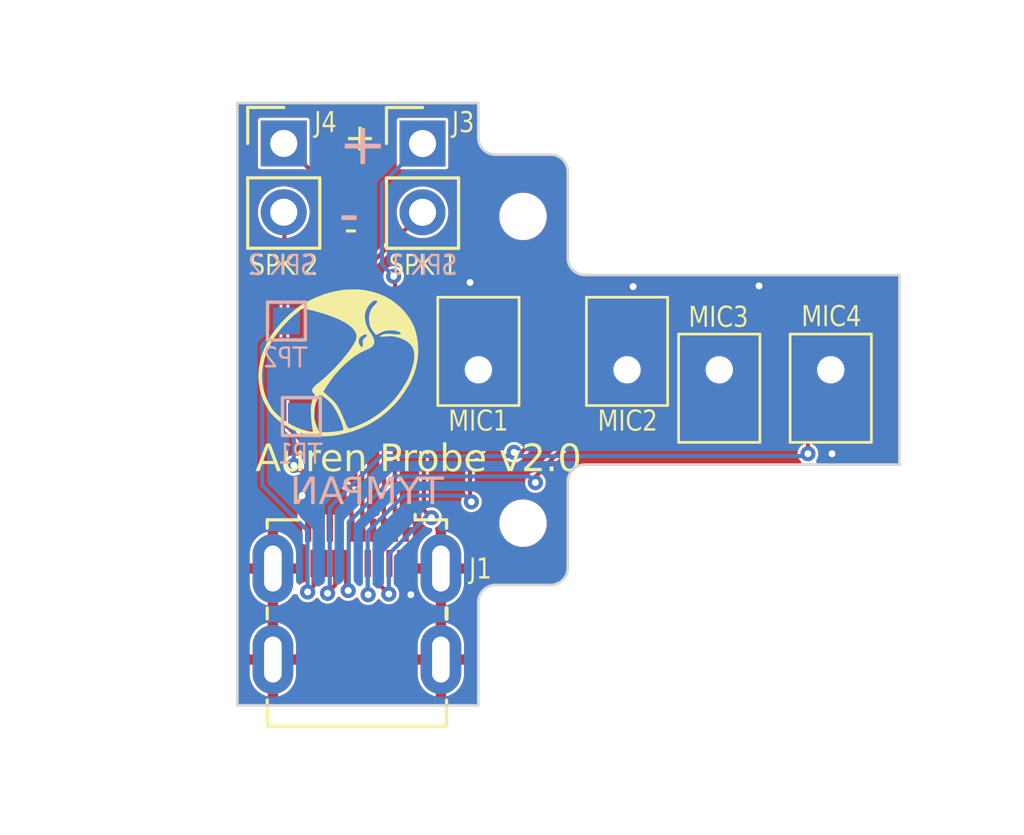
<source format=kicad_pcb>
(kicad_pcb (version 20241229) (generator "pcbnew") (generator_version "9.0")
  (layers (0 "F.Cu" signal) (2 "B.Cu" signal) (13 "F.Paste" user) (15 "B.Paste" user) (5 "F.SilkS" user "F.Silkscreen") (7 "B.SilkS" user "B.Silkscreen") (1 "F.Mask" user) (3 "B.Mask" user) (25 "Edge.Cuts" user))
  (net 0 "")
  (net 1 "VDD")
  (net 2 "/CLK_1")
  (net 3 "/DAT_1")
  (net 4 "/SPK1+")
  (net 5 "/SPK1-")
  (net 6 "GND")
  (net 7 "/CLK_2")
  (net 8 "/DAT_2")
  (net 9 "/SPK2+")
  (net 10 "/SPK2-")
  (net 13 "/TP_2")
  (net 15 "/TP_1")
  (footprint "Flywheel:IM69D130" (layer "F.Cu") (at 156.1302 105.16 90)
    (property "Reference" "MIC3" (at 1.905 -0.0304 0) (layer "F.SilkS") (effects (font (size 0.762 0.635) (thickness 0.127))))
    (property "Value" "IM72D128")
    (fp_line (start 1.32 -1.5) (end 1.32 1.5) (stroke (width 0.1)) (layer "F.SilkS"))
    (fp_line (start -2.68 -1.5) (end 1.32 -1.5) (stroke (width 0.1)) (layer "F.SilkS"))
    (fp_line (start 1.32 1.5) (end -2.68 1.5) (stroke (width 0.1)) (layer "F.SilkS"))
    (fp_line (start -2.68 1.5) (end -2.68 -1.5) (stroke (width 0.1)) (layer "F.SilkS"))
    (pad "" np_thru_hole circle (at 0 0 90) (size 0.8 0.8) (drill 0.8) (layers "*.Cu" "*.Mask"))
    (pad "1" smd rect (at -2.18 -0.85 90) (size 0.45 0.75) (layers "F.Cu" "F.Mask") (net 8 "/DAT_2"))
    (pad "2" smd rect (at -1.48 -0.85 90) (size 0.45 0.75) (layers "F.Cu" "F.Mask") (net 1 "VDD"))
    (pad "3" smd rect (at -2.18 0.85 90) (size 0.45 0.75) (layers "F.Cu" "F.Mask") (net 7 "/CLK_2"))
    (pad "4" smd rect (at -1.48 0.85 90) (size 0.45 0.75) (layers "F.Cu" "F.Mask") (net 1 "VDD"))
    (pad "5" smd custom (at 0.805 0 90) (size 0.4 0.4) (layers "F.Cu" "F.Mask") (net 6 "GND") (options (clearance outline) (anchor circle)) (primitives (gr_circle (center -0.805 0) (end 0 0) (width 0.45) (fill no))))
  )
  (footprint "Flywheel:IM69D130" (layer "F.Cu") (at 147.2402 105.16 -90)
    (property "Reference" "MIC1" (at 1.9304 0.005 0) (layer "F.SilkS") (effects (font (size 0.762 0.635) (thickness 0.127))))
    (property "Value" "IM72D128")
    (fp_line (start -2.68 1.5) (end -2.68 -1.5) (stroke (width 0.1)) (layer "F.SilkS"))
    (fp_line (start 1.32 1.5) (end -2.68 1.5) (stroke (width 0.1)) (layer "F.SilkS"))
    (fp_line (start -2.68 -1.5) (end 1.32 -1.5) (stroke (width 0.1)) (layer "F.SilkS"))
    (fp_line (start 1.32 -1.5) (end 1.32 1.5) (stroke (width 0.1)) (layer "F.SilkS"))
    (pad "" np_thru_hole circle (at 0 0 270) (size 0.8 0.8) (drill 0.8) (layers "*.Cu" "*.Mask"))
    (pad "1" smd rect (at -2.18 -0.85 270) (size 0.45 0.75) (layers "F.Cu" "F.Mask") (net 3 "/DAT_1"))
    (pad "2" smd rect (at -1.48 -0.85 270) (size 0.45 0.75) (layers "F.Cu" "F.Mask") (net 1 "VDD"))
    (pad "3" smd rect (at -2.18 0.85 270) (size 0.45 0.75) (layers "F.Cu" "F.Mask") (net 2 "/CLK_1"))
    (pad "4" smd rect (at -1.48 0.85 270) (size 0.45 0.75) (layers "F.Cu" "F.Mask") (net 1 "VDD"))
    (pad "5" smd custom (at 0.805 0 270) (size 0.4 0.4) (layers "F.Cu" "F.Mask") (net 6 "GND") (options (clearance outline) (anchor circle)) (primitives (gr_circle (center -0.805 0) (end 0 0) (width 0.45) (fill no))))
  )
  (footprint "Connector_PinHeader_2.54mm:PinHeader_1x02_P2.54mm_Vertical" (layer "F.Cu") (at 145.1778 96.8034)
    (property "Reference" "J3" (at 1.4986 -0.7366 180) (layer "F.SilkS") (effects (font (size 0.762 0.635) (thickness 0.127))))
    (property "Value" "Speaker_1")
    (fp_line (start -1.33 -1.33) (end 0 -1.33) (stroke (width 0.12)) (layer "F.SilkS"))
    (fp_line (start -1.33 0) (end -1.33 -1.33) (stroke (width 0.12)) (layer "F.SilkS"))
    (fp_line (start -1.33 1.270001) (end -1.33 3.87) (stroke (width 0.12)) (layer "F.SilkS"))
    (fp_line (start -1.33 1.270001) (end 1.33 1.270001) (stroke (width 0.12)) (layer "F.SilkS"))
    (fp_line (start -1.33 3.87) (end 1.33 3.87) (stroke (width 0.12)) (layer "F.SilkS"))
    (fp_line (start 1.33 1.270001) (end 1.33 3.87) (stroke (width 0.12)) (layer "F.SilkS"))
    (pad "1" thru_hole rect (at 0 0) (size 1.7 1.7) (drill 1) (layers "*.Cu" "*.Mask") (net 4 "/SPK1+"))
    (pad "2" thru_hole oval (at 0 2.54) (size 1.7 1.7) (drill 1) (layers "*.Cu" "*.Mask") (net 5 "/SPK1-"))
  )
  (footprint "Flywheel:IM69D130" (layer "F.Cu") (at 152.7266 105.16 -90)
    (property "Reference" "MIC2" (at 1.9304 -0.0204 0) (layer "F.SilkS") (effects (font (size 0.762 0.635) (thickness 0.127))))
    (property "Value" "IM72D128")
    (fp_line (start -2.68 1.5) (end -2.68 -1.5) (stroke (width 0.1)) (layer "F.SilkS"))
    (fp_line (start 1.32 1.5) (end -2.68 1.5) (stroke (width 0.1)) (layer "F.SilkS"))
    (fp_line (start -2.68 -1.5) (end 1.32 -1.5) (stroke (width 0.1)) (layer "F.SilkS"))
    (fp_line (start 1.32 -1.5) (end 1.32 1.5) (stroke (width 0.1)) (layer "F.SilkS"))
    (pad "" np_thru_hole circle (at 0 0 270) (size 0.8 0.8) (drill 0.8) (layers "*.Cu" "*.Mask"))
    (pad "1" smd rect (at -2.18 -0.85 270) (size 0.45 0.75) (layers "F.Cu" "F.Mask") (net 3 "/DAT_1"))
    (pad "2" smd rect (at -1.48 -0.85 270) (size 0.45 0.75) (layers "F.Cu" "F.Mask") (net 1 "VDD"))
    (pad "3" smd rect (at -2.18 0.85 270) (size 0.45 0.75) (layers "F.Cu" "F.Mask") (net 2 "/CLK_1"))
    (pad "4" smd rect (at -1.48 0.85 270) (size 0.45 0.75) (layers "F.Cu" "F.Mask") (net 6 "GND"))
    (pad "5" smd custom (at 0.805 0 270) (size 0.4 0.4) (layers "F.Cu" "F.Mask") (net 6 "GND") (options (clearance outline) (anchor circle)) (primitives (gr_circle (center -0.805 0) (end 0 0) (width 0.45) (fill no))))
  )
  (footprint "auren-library:MountingHole_0-80_Screw" (layer "F.Cu") (at 148.8862 99.4958)
    (property "Reference" "H1" (hide yes))
    (property "Value" "MountingHole")
    (pad "" np_thru_hole circle (at 0 0) (size 1.55 1.55) (drill 1.55) (layers "*.Cu" "*.Mask"))
  )
  (footprint "Flywheel:IM69D130" (layer "F.Cu") (at 160.245 105.16 90)
    (property "Reference" "MIC4" (at 1.9304 0.0204 0) (layer "F.SilkS") (effects (font (size 0.762 0.635) (thickness 0.127))))
    (property "Value" "IM72D128")
    (fp_line (start 1.32 -1.5) (end 1.32 1.5) (stroke (width 0.1)) (layer "F.SilkS"))
    (fp_line (start -2.68 -1.5) (end 1.32 -1.5) (stroke (width 0.1)) (layer "F.SilkS"))
    (fp_line (start 1.32 1.5) (end -2.68 1.5) (stroke (width 0.1)) (layer "F.SilkS"))
    (fp_line (start -2.68 1.5) (end -2.68 -1.5) (stroke (width 0.1)) (layer "F.SilkS"))
    (pad "" np_thru_hole circle (at 0 0 90) (size 0.8 0.8) (drill 0.8) (layers "*.Cu" "*.Mask"))
    (pad "1" smd rect (at -2.18 -0.85 90) (size 0.45 0.75) (layers "F.Cu" "F.Mask") (net 8 "/DAT_2"))
    (pad "2" smd rect (at -1.48 -0.85 90) (size 0.45 0.75) (layers "F.Cu" "F.Mask") (net 1 "VDD"))
    (pad "3" smd rect (at -2.18 0.85 90) (size 0.45 0.75) (layers "F.Cu" "F.Mask") (net 7 "/CLK_2"))
    (pad "4" smd rect (at -1.48 0.85 90) (size 0.45 0.75) (layers "F.Cu" "F.Mask") (net 6 "GND"))
    (pad "5" smd custom (at 0.805 0 90) (size 0.4 0.4) (layers "F.Cu" "F.Mask") (net 6 "GND") (options (clearance outline) (anchor circle)) (primitives (gr_circle (center -0.805 0) (end 0 0) (width 0.45) (fill no))))
  )
  (footprint "Flywheel:TympanLOGO_6" (layer "F.Cu") (at 142.079 104.906)
    (property "Reference" "G***" (hide yes))
    (property "Value" "LOGO" (hide yes))
    (fp_poly (pts (xy 0.625452 -2.714662) (xy 0.700276 -2.712942) (xy 0.767831 -2.709851) (xy 0.830715 -2.705162) (xy 0.891531 -2.698647) (xy 0.952876 -2.690078) (xy 1.017351 -2.679228) (xy 1.073899 -2.668564) (xy 1.191339 -2.643439) (xy 1.300998 -2.615267) (xy 1.406459 -2.582882) (xy 1.5113 -2.545115) (xy 1.619103 -2.5008) (xy 1.700418 -2.46425) (xy 1.777306 -2.425317) (xy 1.860789 -2.376839) (xy 1.950042 -2.31933) (xy 2.044237 -2.253303) (xy 2.069259 -2.234935) (xy 2.193161 -2.13627) (xy 2.309343 -2.029796) (xy 2.41718 -1.916355) (xy 2.516047 -1.796791) (xy 2.605321 -1.671945) (xy 2.684376 -1.542661) (xy 2.752588 -1.409781) (xy 2.809331 -1.274148) (xy 2.833997 -1.203125) (xy 2.857954 -1.1202) (xy 2.879683 -1.027726) (xy 2.898807 -0.928519) (xy 2.914951 -0.825393) (xy 2.92774 -0.721162) (xy 2.936797 -0.618641) (xy 2.941746 -0.520643) (xy 2.942212 -0.429983) (xy 2.941224 -0.4) (xy 2.933538 -0.28294) (xy 2.921032 -0.164111) (xy 2.904209 -0.047013) (xy 2.88357 0.064858) (xy 2.859927 0.166814) (xy 2.821461 0.299835) (xy 2.775834 0.431424) (xy 2.724057 0.559172) (xy 2.667141 0.68067) (xy 2.606098 0.79351) (xy 2.575717 0.84375) (xy 2.558787 0.871088) (xy 2.538981 0.903647) (xy 2.519692 0.935831) (xy 2.513159 0.946875) (xy 2.468111 1.020115) (xy 2.415967 1.099246) (xy 2.358677 1.181532) (xy 2.298192 1.264235) (xy 2.236464 1.344619) (xy 2.179044 1.415625) (xy 2.129504 1.472702) (xy 2.071675 1.535092) (xy 2.007506 1.600935) (xy 1.938946 1.668368) (xy 1.867945 1.73553) (xy 1.796451 1.80056) (xy 1.726414 1.861594) (xy 1.659782 1.916773) (xy 1.628526 1.94145) (xy 1.476693 2.052273) (xy 1.315488 2.157023) (xy 1.147022 2.254573) (xy 0.973405 2.343794) (xy 0.796749 2.423557) (xy 0.619165 2.492735) (xy 0.556387 2.514504) (xy 0.521338 2.526168) (xy 0.489593 2.53647) (xy 0.459582 2.545824) (xy 0.429736 2.554644) (xy 0.398484 2.563344) (xy 0.364257 2.572337) (xy 0.325485 2.582038) (xy 0.280598 2.592861) (xy 0.228025 2.605219) (xy 0.166198 2.619526) (xy 0.103097 2.63401) (xy -0.002233 2.656665) (xy -0.101351 2.674703) (xy -0.197697 2.688523) (xy -0.294711 2.698523) (xy -0.395835 2.7051) (xy -0.50451 2.708655) (xy -0.54701 2.70928) (xy -0.595303 2.709695) (xy -0.640466 2.709907) (xy -0.680725 2.709922) (xy -0.714306 2.709745) (xy -0.739433 2.709382) (xy -0.754332 2.708838) (xy -0.756436 2.708653) (xy -0.770316 2.707125) (xy -0.793819 2.704664) (xy -0.824126 2.701562) (xy -0.858416 2.698107) (xy -0.874093 2.696545) (xy -1.043216 2.673507) (xy -1.21075 2.638272) (xy -1.376052 2.59111) (xy -1.538482 2.532288) (xy -1.697399 2.462073) (xy -1.852159 2.380735) (xy -2.002123 2.288541) (xy -2.146649 2.185759) (xy -2.203664 2.141039) (xy -2.257846 2.095325) (xy -2.315941 2.042767) (xy -2.37477 1.986448) (xy -2.431153 1.929453) (xy -2.48191 1.874866) (xy -2.503707 1.85) (xy -2.538178 1.80629) (xy -2.575537 1.752782) (xy -2.614626 1.691503) (xy -2.654288 1.624482) (xy -2.693366 1.553747) (xy -2.730702 1.481329) (xy -2.76514 1.409255) (xy -2.795523 1.339553) (xy -2.797211 1.335443) (xy -2.847928 1.197103) (xy -2.890074 1.051793) (xy -2.923145 0.902097) (xy -2.946634 0.750596) (xy -2.960037 0.599874) (xy -2.963167 0.4875) (xy -2.962394 0.443323) (xy -2.826103 0.443323) (xy -2.823534 0.592376) (xy -2.809896 0.742573) (xy -2.785389 0.892799) (xy -2.750211 1.041933) (xy -2.704562 1.18886) (xy -2.64864 1.332459) (xy -2.582645 1.471615) (xy -2.552746 1.52708) (xy -2.516734 1.58983) (xy -2.482926 1.644632) (xy -2.44943 1.693925) (xy -2.414357 1.740145) (xy -2.375815 1.785729) (xy -2.331913 1.833115) (xy -2.28076 1.88474) (xy -2.258013 1.90696) (xy -2.134195 2.019163) (xy -2.004698 2.120941) (xy -1.868749 2.212772) (xy -1.725579 2.295134) (xy -1.574414 2.368504) (xy -1.414483 2.433359) (xy -1.397219 2.43967) (xy -1.349597 2.455913) (xy -1.298447 2.471614) (xy -1.24544 2.486414) (xy -1.192248 2.499953) (xy -1.140545 2.511871) (xy -1.092001 2.521808) (xy -1.04829 2.529405) (xy -1.011083 2.534302) (xy -0.982054 2.536139) (xy -0.962874 2.534556) (xy -0.960123 2.533706) (xy -0.953078 2.525201) (xy -0.950587 2.506546) (xy -0.952661 2.477303) (xy -0.95931 2.437036) (xy -0.96304 2.41875) (xy -0.986757 2.288007) (xy -1.004722 2.146199) (xy -1.016936 1.993313) (xy -1.019222 1.93855) (xy -0.8969 1.93855) (xy -0.895737 1.987443) (xy -0.893371 2.03002) (xy -0.889776 2.063493) (xy -0.888925 2.06875) (xy -0.883423 2.0941) (xy -0.874576 2.12736) (xy -0.862974 2.166846) (xy -0.849206 2.210876) (xy -0.833862 2.257767) (xy -0.817533 2.305834) (xy -0.800807 2.353395) (xy -0.784276 2.398766) (xy -0.76853 2.440264) (xy -0.754157 2.476207) (xy -0.741749 2.504909) (xy -0.731895 2.52469) (xy -0.726207 2.533) (xy -0.711535 2.542945) (xy -0.693131 2.549991) (xy -0.693112 2.549995) (xy -0.678365 2.551879) (xy -0.653132 2.553362) (xy -0.61942 2.554443) (xy -0.579239 2.555126) (xy -0.534599 2.55541) (xy -0.487508 2.555298) (xy -0.439976 2.554789) (xy -0.394012 2.553887) (xy -0.351625 2.552591) (xy -0.314824 2.550903) (xy -0.296948 2.549753) (xy -0.242694 2.545185) (xy -0.186542 2.539417) (xy -0.129947 2.532691) (xy -0.074367 2.525247) (xy -0.021261 2.517323) (xy 0.027916 2.509161) (xy 0.071706 2.500999) (xy 0.108652 2.493078) (xy 0.137296 2.485637) (xy 0.156181 2.478917) (xy 0.163459 2.473971) (xy 0.171113 2.456653) (xy 0.173167 2.434997) (xy 0.169698 2.406236) (xy 0.165866 2.388106) (xy 0.146557 2.316003) (xy 0.120572 2.236126) (xy 0.088857 2.150608) (xy 0.05236 2.061586) (xy 0.012025 1.971192) (xy -0.0312 1.881562) (xy -0.07637 1.79483) (xy -0.122537 1.71313) (xy -0.161367 1.65) (xy -0.206247 1.583445) (xy -0.251455 1.523698) (xy -0.299035 1.468616) (xy -0.351031 1.416058) (xy -0.40949 1.36388) (xy -0.476457 1.30994) (xy -0.51103 1.283686) (xy -0.631338 1.19375) (xy -0.670444 1.193845) (xy -0.692125 1.19459) (xy -0.709058 1.196431) (xy -0.716575 1.198533) (xy -0.723359 1.20695) (xy -0.733753 1.224661) (xy -0.746636 1.249386) (xy -0.760891 1.278848) (xy -0.775398 1.310768) (xy -0.789039 1.342868) (xy -0.795794 1.359845) (xy -0.83376 1.468303) (xy -0.862572 1.574531) (xy -0.883483 1.683231) (xy -0.885552 1.696875) (xy -0.890026 1.735548) (xy -0.893423 1.78184) (xy -0.895718 1.832962) (xy -0.896885 1.886127) (xy -0.8969 1.93855) (xy -1.019222 1.93855) (xy -1.022918 1.85) (xy -1.024188 1.7661) (xy -1.023239 1.69226) (xy -1.0198 1.626192) (xy -1.0136 1.565607) (xy -1.004367 1.508218) (xy -0.991831 1.451736) (xy -0.975721 1.393875) (xy -0.964828 1.359375) (xy -0.952247 1.325441) (xy -0.935474 1.286408) (xy -0.916546 1.246574) (xy -0.897503 1.210242) (xy -0.881155 1.182875) (xy -0.867816 1.162626) (xy -0.882809 1.156928) (xy -0.908374 1.141544) (xy -0.93256 1.117027) (xy -0.95318 1.086717) (xy -0.968051 1.053953) (xy -0.968705 1.050946) (xy -0.553109 1.050946) (xy -0.549553 1.065913) (xy -0.536684 1.083788) (xy -0.52707 1.094436) (xy -0.507848 1.113629) (xy -0.48317 1.136349) (xy -0.457503 1.158526) (xy -0.450111 1.164598) (xy -0.427267 1.183681) (xy -0.398382 1.208706) (xy -0.36533 1.237962) (xy -0.329987 1.269738) (xy -0.294229 1.302322) (xy -0.25993 1.334003) (xy -0.228966 1.363068) (xy -0.203211 1.387806) (xy -0.184542 1.406506) (xy -0.181104 1.410141) (xy -0.122293 1.478335) (xy -0.06624 1.553599) (xy -0.012314 1.636989) (xy 0.040119 1.729561) (xy 0.091692 1.83237) (xy 0.143037 1.946474) (xy 0.149858 1.9625) (xy 0.164409 1.996875) (xy 0.178517 2.030168) (xy 0.190887 2.05932) (xy 0.200222 2.081273) (xy 0.202877 2.0875) (xy 0.210463 2.105735) (xy 0.221339 2.132506) (xy 0.234253 2.164702) (xy 0.247953 2.199212) (xy 0.253189 2.2125) (xy 0.270802 2.256524) (xy 0.285482 2.290853) (xy 0.298452 2.317582) (xy 0.310935 2.338803) (xy 0.324156 2.356612) (xy 0.339336 2.373101) (xy 0.356422 2.389213) (xy 0.394203 2.423394) (xy 0.467481 2.400034) (xy 0.504634 2.387795) (xy 0.54741 2.373093) (xy 0.589789 2.358023) (xy 0.617328 2.347876) (xy 0.808847 2.269461) (xy 0.994905 2.180468) (xy 1.174959 2.081323) (xy 1.348464 1.972451) (xy 1.514879 1.854276) (xy 1.67366 1.727224) (xy 1.824264 1.59172) (xy 1.966147 1.448188) (xy 2.098766 1.297054) (xy 2.221578 1.138741) (xy 2.292338 1.0375) (xy 2.36812 0.921762) (xy 2.435348 0.813107) (xy 2.494717 0.710203) (xy 2.546919 0.611723) (xy 2.592651 0.516335) (xy 2.632606 0.42271) (xy 2.667478 0.329519) (xy 2.677686 0.299545) (xy 2.710851 0.195915) (xy 2.738093 0.101779) (xy 2.759647 0.015749) (xy 2.775744 -0.06356) (xy 2.78662 -0.137536) (xy 2.792506 -0.207565) (xy 2.793636 -0.275033) (xy 2.790244 -0.341328) (xy 2.788566 -0.359375) (xy 2.777269 -0.433089) (xy 2.758522 -0.500015) (xy 2.731341 -0.562067) (xy 2.694741 -0.621159) (xy 2.647737 -0.679205) (xy 2.597709 -0.730253) (xy 2.555123 -0.767535) (xy 2.509437 -0.800856) (xy 2.45766 -0.832186) (xy 2.396801 -0.863494) (xy 2.391213 -0.866169) (xy 2.319702 -0.897081) (xy 2.242486 -0.924836) (xy 2.162965 -0.948485) (xy 2.084543 -0.967076) (xy 2.010622 -0.979662) (xy 1.969234 -0.98398) (xy 1.94212 -0.984996) (xy 1.906999 -0.984872) (xy 1.868306 -0.983691) (xy 1.830478 -0.981534) (xy 1.828575 -0.981394) (xy 1.769389 -0.977293) (xy 1.713612 -0.974056) (xy 1.662533 -0.97171) (xy 1.617437 -0.970287) (xy 1.579612 -0.969813) (xy 1.550346 -0.970319) (xy 1.530924 -0.971834) (xy 1.522635 -0.974387) (xy 1.522572 -0.974479) (xy 1.522062 -0.985893) (xy 1.532531 -0.998879) (xy 1.552648 -1.012821) (xy 1.581083 -1.027102) (xy 1.616504 -1.041107) (xy 1.657581 -1.05422) (xy 1.702983 -1.065825) (xy 1.733663 -1.072171) (xy 1.755338 -1.076096) (xy 1.773682 -1.078796) (xy 1.791184 -1.08028) (xy 1.810338 -1.080559) (xy 1.833636 -1.079642) (xy 1.863569 -1.077539) (xy 1.902629 -1.07426) (xy 1.918083 -1.07291) (xy 1.964512 -1.069111) (xy 2.014669 -1.065467) (xy 2.064194 -1.062266) (xy 2.108728 -1.059794) (xy 2.1349 -1.05864) (xy 2.190268 -1.057332) (xy 2.233768 -1.058096) (xy 2.265891 -1.061127) (xy 2.287129 -1.066618) (xy 2.297975 -1.074764) (xy 2.298922 -1.085759) (xy 2.290461 -1.099798) (xy 2.276145 -1.114353) (xy 2.25061 -1.134636) (xy 2.222012 -1.151474) (xy 2.188759 -1.165333) (xy 2.14926 -1.176675) (xy 2.101923 -1.185966) (xy 2.045157 -1.193669) (xy 1.9833 -1.199747) (xy 1.882387 -1.20224) (xy 1.783271 -1.192443) (xy 1.686564 -1.170508) (xy 1.592876 -1.136588) (xy 1.50282 -1.090837) (xy 1.471816 -1.071764) (xy 1.438858 -1.052438) (xy 1.412617 -1.04168) (xy 1.391281 -1.038918) (xy 1.377169 -1.041837) (xy 1.36656 -1.049505) (xy 1.350518 -1.065806) (xy 1.330481 -1.088926) (xy 1.307887 -1.117053) (xy 1.284172 -1.148376) (xy 1.260775 -1.181083) (xy 1.239133 -1.213361) (xy 1.231414 -1.225546) (xy 1.204684 -1.271461) (xy 1.182858 -1.316117) (xy 1.165281 -1.36181) (xy 1.151298 -1.410831) (xy 1.14025 -1.465475) (xy 1.131484 -1.528035) (xy 1.124459 -1.599407) (xy 1.1217 -1.63412) (xy 1.120318 -1.660499) (xy 1.120554 -1.682521) (xy 1.122648 -1.704163) (xy 1.126842 -1.729404) (xy 1.133376 -1.762221) (xy 1.134719 -1.76875) (xy 1.149139 -1.833506) (xy 1.164224 -1.888355) (xy 1.181303 -1.935872) (xy 1.201705 -1.978633) (xy 1.226759 -2.019212) (xy 1.257793 -2.060185) (xy 1.296138 -2.104128) (xy 1.3221 -2.131832) (xy 1.357064 -2.169107) (xy 1.383718 -2.199173) (xy 1.402967 -2.223272) (xy 1.415716 -2.242647) (xy 1.422868 -2.258538) (xy 1.425328 -2.272186) (xy 1.425351 -2.273617) (xy 1.419754 -2.288727) (xy 1.403958 -2.298991) (xy 1.379452 -2.303996) (xy 1.347729 -2.303331) (xy 1.328214 -2.300485) (xy 1.30553 -2.294915) (xy 1.284507 -2.286207) (xy 1.263018 -2.272934) (xy 1.238936 -2.253668) (xy 1.210134 -2.226984) (xy 1.191936 -2.209053) (xy 1.126698 -2.136279) (xy 1.072403 -2.059485) (xy 1.029423 -1.97937) (xy 0.998131 -1.896632) (xy 0.9789 -1.811967) (xy 0.978499 -1.809304) (xy 0.972898 -1.766864) (xy 0.969995 -1.730244) (xy 0.969787 -1.695079) (xy 0.972269 -1.657002) (xy 0.977438 -1.611647) (xy 0.978304 -1.605008) (xy 0.993522 -1.518765) (xy 1.016507 -1.434187) (xy 1.047927 -1.349643) (xy 1.088449 -1.263501) (xy 1.138737 -1.174132) (xy 1.182826 -1.104668) (xy 1.220035 -1.047178) (xy 1.249954 -0.997599) (xy 1.273283 -0.954227) (xy 1.29072 -0.915357) (xy 1.302966 -0.879286) (xy 1.310719 -0.844309) (xy 1.31468 -0.808722) (xy 1.315579 -0.78125) (xy 1.315511 -0.751146) (xy 1.314432 -0.72982) (xy 1.311629 -0.713552) (xy 1.306393 -0.698625) (xy 1.298012 -0.68132) (xy 1.295585 -0.676649) (xy 1.26622 -0.631657) (xy 1.227283 -0.591322) (xy 1.178043 -0.555072) (xy 1.117767 -0.522335) (xy 1.07335 -0.503079) (xy 0.942528 -0.445901) (xy 0.813832 -0.379542) (xy 0.686463 -0.303464) (xy 0.559619 -0.217134) (xy 0.432501 -0.120014) (xy 0.30431 -0.01157) (xy 0.208572 0.076015) (xy 0.103746 0.17897) (xy -0.000875 0.289509) (xy -0.101428 0.403414) (xy -0.18846 0.509375) (xy -0.205088 0.531184) (xy -0.226678 0.560662) (xy -0.252224 0.59634) (xy -0.280722 0.636749) (xy -0.311168 0.680419) (xy -0.342557 0.725881) (xy -0.373885 0.771665) (xy -0.404146 0.816303) (xy -0.432336 0.858326) (xy -0.45745 0.896263) (xy -0.478484 0.928646) (xy -0.494433 0.954005) (xy -0.504293 0.970871) (xy -0.505197 0.972602) (xy -0.517066 0.993242) (xy -0.530252 1.012462) (xy -0.533352 1.016352) (xy -0.547619 1.035542) (xy -0.553109 1.050946) (xy -0.968705 1.050946) (xy -0.974986 1.022078) (xy -0.97523 1.015625) (xy -0.969867 0.984437) (xy -0.954513 0.948951) (xy -0.930266 0.910636) (xy -0.898228 0.870963) (xy -0.859499 0.831401) (xy -0.815179 0.79342) (xy -0.800488 0.782205) (xy -0.735803 0.732342) (xy -0.664602 0.6741) (xy -0.588279 0.608779) (xy -0.508229 0.537681) (xy -0.425848 0.462105) (xy -0.342529 0.383352) (xy -0.259668 0.302724) (xy -0.178659 0.22152) (xy -0.100896 0.141041) (xy -0.027776 0.062589) (xy -0.021881 0.056123) (xy 0.07529 -0.052564) (xy 0.166179 -0.158107) (xy 0.250468 -0.260048) (xy 0.327839 -0.357929) (xy 0.397971 -0.451291) (xy 0.460548 -0.539676) (xy 0.515249 -0.622627) (xy 0.561756 -0.699685) (xy 0.59975 -0.770391) (xy 0.616877 -0.807917) (xy 0.740538 -0.807917) (xy 0.741327 -0.774684) (xy 0.749162 -0.739583) (xy 0.764566 -0.69963) (xy 0.775103 -0.677239) (xy 0.796398 -0.639479) (xy 0.817906 -0.611749) (xy 0.838944 -0.594525) (xy 0.858831 -0.588278) (xy 0.876885 -0.593484) (xy 0.885187 -0.600722) (xy 0.891021 -0.608931) (xy 0.894283 -0.619502) (xy 0.895401 -0.63554) (xy 0.894802 -0.660151) (xy 0.894439 -0.667909) (xy 0.892512 -0.71646) (xy 0.891673 -0.760228) (xy 0.891909 -0.797346) (xy 0.893204 -0.825948) (xy 0.895543 -0.844167) (xy 0.895867 -0.845471) (xy 0.905929 -0.865751) (xy 0.925069 -0.889343) (xy 0.951167 -0.914004) (xy 0.9821 -0.937492) (xy 0.984392 -0.939034) (xy 1.012781 -0.959377) (xy 1.031188 -0.976283) (xy 1.041064 -0.991367) (xy 1.043868 -1.005169) (xy 1.038795 -1.021066) (xy 1.025932 -1.037433) (xy 1.009223 -1.05043) (xy 0.992614 -1.056214) (xy 0.991406 -1.05625) (xy 0.978068 -1.053143) (xy 0.956904 -1.044762) (xy 0.930654 -1.03252) (xy 0.902057 -1.017831) (xy 0.87385 -1.002106) (xy 0.848774 -0.986759) (xy 0.829566 -0.973203) (xy 0.828055 -0.971986) (xy 0.7932 -0.936107) (xy 0.765373 -0.892666) (xy 0.747177 -0.845794) (xy 0.746276 -0.842267) (xy 0.740538 -0.807917) (xy 0.616877 -0.807917) (xy 0.628913 -0.834289) (xy 0.648925 -0.890919) (xy 0.655641 -0.917496) (xy 0.661963 -0.977091) (xy 0.655924 -1.037492) (xy 0.63763 -1.098509) (xy 0.607183 -1.159955) (xy 0.564686 -1.221638) (xy 0.510245 -1.283372) (xy 0.443961 -1.344966) (xy 0.403224 -1.378146) (xy 0.321011 -1.437243) (xy 0.226879 -1.49551) (xy 0.120714 -1.553007) (xy 0.0024 -1.609792) (xy -0.128176 -1.665921) (xy -0.271128 -1.721455) (xy -0.271849 -1.721721) (xy -0.330524 -1.742879) (xy -0.39661 -1.765746) (xy -0.466813 -1.789249) (xy -0.537841 -1.812317) (xy -0.606401 -1.833875) (xy -0.669198 -1.852852) (xy -0.712675 -1.865342) (xy -0.728866 -1.869848) (xy -0.75407 -1.876859) (xy -0.785257 -1.885533) (xy -0.819395 -1.895024) (xy -0.831455 -1.898377) (xy -0.868083 -1.908337) (xy -0.911541 -1.919793) (xy -0.959672 -1.932209) (xy -1.010319 -1.945051) (xy -1.061323 -1.957783) (xy -1.110527 -1.969869) (xy -1.155774 -1.980775) (xy -1.194906 -1.989965) (xy -1.225764 -1.996903) (xy -1.242492 -2.000367) (xy -1.266827 -2.004644) (xy -1.287612 -2.006746) (xy -1.306504 -2.005956) (xy -1.325159 -2.001555) (xy -1.345234 -1.992824) (xy -1.368384 -1.979045) (xy -1.396268 -1.959501) (xy -1.43054 -1.933471) (xy -1.472237 -1.900729) (xy -1.599836 -1.795536) (xy -1.726648 -1.682619) (xy -1.850484 -1.564155) (xy -1.969158 -1.442323) (xy -2.080482 -1.3193) (xy -2.182268 -1.197265) (xy -2.194949 -1.18125) (xy -2.280786 -1.067055) (xy -2.362612 -0.94811) (xy -2.439115 -0.826608) (xy -2.508985 -0.704739) (xy -2.57091 -0.584695) (xy -2.62358 -0.468668) (xy -2.628749 -0.45625) (xy -2.657436 -0.383916) (xy -2.683109 -0.312873) (xy -2.706351 -0.241016) (xy -2.727743 -0.16624) (xy -2.747868 -0.086441) (xy -2.767307 0.000488) (xy -2.786643 0.096649) (xy -2.79724 0.153125) (xy -2.817405 0.296533) (xy -2.826103 0.443323) (xy -2.962394 0.443323) (xy -2.962211 0.43286) (xy -2.95952 0.373619) (xy -2.955357 0.312854) (xy -2.949986 0.253636) (xy -2.943671 0.199042) (xy -2.936674 0.152145) (xy -2.932547 0.130346) (xy -2.926573 0.100952) (xy -2.921145 0.072655) (xy -2.917142 0.050094) (xy -2.916141 0.04375) (xy -2.907521 -0.005682) (xy -2.895102 -0.064032) (xy -2.879565 -0.12855) (xy -2.861591 -0.196483) (xy -2.841859 -0.265081) (xy -2.831161 -0.3) (xy -2.787005 -0.426752) (xy -2.732931 -0.557621) (xy -2.669951 -0.690659) (xy -2.599078 -0.823917) (xy -2.521326 -0.955447) (xy -2.437707 -1.0833) (xy -2.386008 -1.15625) (xy -2.281215 -1.292554) (xy -2.166048 -1.429228) (xy -2.042428 -1.56437) (xy -1.912276 -1.696074) (xy -1.777512 -1.822435) (xy -1.640057 -1.941549) (xy -1.501833 -2.051512) (xy -1.428595 -2.105663) (xy -1.39164 -2.131552) (xy -1.354262 -2.156194) (xy -1.314789 -2.18054) (xy -1.271546 -2.205541) (xy -1.222859 -2.232148) (xy -1.167054 -2.261312) (xy -1.102457 -2.293983) (xy -1.059636 -2.315244) (xy -0.867262 -2.405024) (xy -0.677234 -2.483081) (xy -0.488526 -2.549728) (xy -0.30011 -2.605277) (xy -0.110961 -2.650041) (xy 0.079948 -2.684334) (xy 0.206301 -2.701254) (xy 0.243147 -2.705342) (xy 0.276976 -2.708577) (xy 0.310004 -2.71105) (xy 0.344449 -2.712855) (xy 0.382526 -2.714083) (xy 0.426454 -2.714828) (xy 0.478448 -2.715183) (xy 0.540725 -2.71524) (xy 0.540758 -2.71524)) (fill yes) (layer "F.SilkS"))
  )
  (footprint "auren-library:MountingHole_0-80_Screw" (layer "F.Cu") (at 148.8862 110.8242)
    (property "Reference" "H2" (hide yes))
    (property "Value" "MountingHole")
    (pad "" np_thru_hole circle (at 0 0) (size 1.55 1.55) (drill 1.55) (layers "*.Cu" "*.Mask"))
  )
  (footprint "Connector_PinHeader_2.54mm:PinHeader_1x02_P2.54mm_Vertical" (layer "F.Cu") (at 140.0552 96.8)
    (property "Reference" "J4" (at 1.5412 -0.7332 180) (layer "F.SilkS") (effects (font (size 0.762 0.635) (thickness 0.127))))
    (property "Value" "Speaker_2")
    (fp_line (start -1.33 -1.33) (end 0 -1.33) (stroke (width 0.12)) (layer "F.SilkS"))
    (fp_line (start -1.33 0) (end -1.33 -1.33) (stroke (width 0.12)) (layer "F.SilkS"))
    (fp_line (start -1.33 1.270001) (end -1.33 3.87) (stroke (width 0.12)) (layer "F.SilkS"))
    (fp_line (start -1.33 1.270001) (end 1.33 1.270001) (stroke (width 0.12)) (layer "F.SilkS"))
    (fp_line (start -1.33 3.87) (end 1.33 3.87) (stroke (width 0.12)) (layer "F.SilkS"))
    (fp_line (start 1.33 1.270001) (end 1.33 3.87) (stroke (width 0.12)) (layer "F.SilkS"))
    (pad "1" thru_hole rect (at 0 0) (size 1.7 1.7) (drill 1) (layers "*.Cu" "*.Mask") (net 9 "/SPK2+"))
    (pad "2" thru_hole oval (at 0 2.54) (size 1.7 1.7) (drill 1) (layers "*.Cu" "*.Mask") (net 10 "/SPK2-"))
  )
  (footprint "Connector_Video:HDMI_Micro-D_Molex_46765-1x01" (layer "F.Cu") (at 142.755 115.86)
    (property "Reference" "J1" (at 4.5564 -3.3086 0) (layer "F.SilkS") (effects (font (size 0.762 0.635) (thickness 0.127))))
    (property "Value" "HDMI_Micro-D_Molex_46765-1x01")
    (fp_line (start -3.31 -5.16) (end -2.15 -5.16) (stroke (width 0.12)) (layer "F.SilkS"))
    (fp_line (start -3.31 -4.85) (end -3.31 -5.16) (stroke (width 0.12)) (layer "F.SilkS"))
    (fp_line (start -3.31 -1.5) (end -3.31 -1.9) (stroke (width 0.12)) (layer "F.SilkS"))
    (fp_line (start -3.31 2.46) (end -3.31 1.5) (stroke (width 0.12)) (layer "F.SilkS"))
    (fp_line (start -3.31 2.46) (end 3.31 2.46) (stroke (width 0.12)) (layer "F.SilkS"))
    (fp_line (start 2.15 -5.16) (end 2.15 -5.36) (stroke (width 0.12)) (layer "F.SilkS"))
    (fp_line (start 2.15 -5.16) (end 3.31 -5.16) (stroke (width 0.12)) (layer "F.SilkS"))
    (fp_line (start 3.31 -5.16) (end 3.31 -4.85) (stroke (width 0.12)) (layer "F.SilkS"))
    (fp_line (start 3.31 -1.9) (end 3.31 -1.5) (stroke (width 0.15)) (layer "F.SilkS"))
    (fp_line (start 3.31 1.5) (end 3.31 2.46) (stroke (width 0.12)) (layer "F.SilkS"))
    (pad "1" smd rect (at 1.8 -4.775) (size 0.23 0.85) (layers "F.Cu" "F.Mask" "F.Paste") (net 6 "GND"))
    (pad "2" smd rect (at 1.6 -3.55) (size 0.23 1) (layers "F.Cu" "F.Mask" "F.Paste") (net 1 "VDD"))
    (pad "3" smd rect (at 1.4 -4.775) (size 0.23 0.85) (layers "F.Cu" "F.Mask" "F.Paste") (net 4 "/SPK1+"))
    (pad "4" smd rect (at 1.2 -3.55) (size 0.23 1) (layers "F.Cu" "F.Mask" "F.Paste"))
    (pad "5" smd rect (at 1 -4.775) (size 0.23 0.85) (layers "F.Cu" "F.Mask" "F.Paste") (net 5 "/SPK1-"))
    (pad "6" smd rect (at 0.8 -3.55) (size 0.23 1) (layers "F.Cu" "F.Mask" "F.Paste") (net 2 "/CLK_1"))
    (pad "7" smd rect (at 0.6 -4.775) (size 0.23 0.85) (layers "F.Cu" "F.Mask" "F.Paste"))
    (pad "8" smd rect (at 0.4 -3.55) (size 0.23 1) (layers "F.Cu" "F.Mask" "F.Paste") (net 3 "/DAT_1"))
    (pad "9" smd rect (at 0.2 -4.775) (size 0.23 0.85) (layers "F.Cu" "F.Mask" "F.Paste") (net 9 "/SPK2+"))
    (pad "10" smd rect (at 0 -3.55) (size 0.23 1) (layers "F.Cu" "F.Mask" "F.Paste"))
    (pad "11" smd rect (at -0.2 -4.775) (size 0.23 0.85) (layers "F.Cu" "F.Mask" "F.Paste") (net 10 "/SPK2-"))
    (pad "12" smd rect (at -0.4 -3.55) (size 0.23 1) (layers "F.Cu" "F.Mask" "F.Paste") (net 7 "/CLK_2"))
    (pad "13" smd rect (at -0.6 -4.775) (size 0.23 0.85) (layers "F.Cu" "F.Mask" "F.Paste"))
    (pad "14" smd rect (at -0.8 -3.55) (size 0.23 1) (layers "F.Cu" "F.Mask" "F.Paste") (net 8 "/DAT_2"))
    (pad "15" smd rect (at -1 -4.775) (size 0.23 0.85) (layers "F.Cu" "F.Mask" "F.Paste") (net 6 "GND"))
    (pad "16" smd rect (at -1.2 -3.55) (size 0.23 1) (layers "F.Cu" "F.Mask" "F.Paste"))
    (pad "17" smd rect (at -1.4 -4.775) (size 0.23 0.85) (layers "F.Cu" "F.Mask" "F.Paste") (net 15 "/TP_1"))
    (pad "18" smd rect (at -1.6 -3.55) (size 0.23 1) (layers "F.Cu" "F.Mask" "F.Paste") (net 13 "/TP_2"))
    (pad "19" smd rect (at -1.8 -4.775) (size 0.23 0.85) (layers "F.Cu" "F.Mask" "F.Paste") (net 1 "VDD"))
    (pad "SH" thru_hole oval (at -3.1 -3.36) (size 1.5 2.55) (drill oval 0.65 1.7) (layers "*.Cu" "*.Mask") (net 6 "GND"))
    (pad "SH" thru_hole oval (at -3.1 0) (size 1.5 2.55) (drill oval 0.65 1.7) (layers "*.Cu" "*.Mask") (net 6 "GND"))
    (pad "SH" thru_hole oval (at 3.1 -3.36) (size 1.5 2.55) (drill oval 0.65 1.7) (layers "*.Cu" "*.Mask") (net 6 "GND"))
    (pad "SH" thru_hole oval (at 3.1 0) (size 1.5 2.55) (drill oval 0.65 1.7) (layers "*.Cu" "*.Mask") (net 6 "GND"))
  )
  (footprint "TestPoint:TestPoint_Pad_1.0x1.0mm" (layer "B.Cu") (at 140.155 103.36)
    (property "Reference" "TP2" (at -0.0572 1.3936 180) (layer "B.SilkS") (effects (font (size 0.762 0.635) (thickness 0.127)) (justify mirror)))
    (property "Value" "TestPoint")
    (fp_line (start -0.7 -0.7) (end -0.7 0.7) (stroke (width 0.12)) (layer "B.SilkS"))
    (fp_line (start -0.7 0.7) (end 0.7 0.7) (stroke (width 0.12)) (layer "B.SilkS"))
    (fp_line (start 0.7 -0.7) (end -0.7 -0.7) (stroke (width 0.12)) (layer "B.SilkS"))
    (fp_line (start 0.7 0.7) (end 0.7 -0.7) (stroke (width 0.12)) (layer "B.SilkS"))
    (pad "1" smd rect (at 0 0) (size 1 1) (layers "B.Cu" "B.Mask") (net 13 "/TP_2"))
  )
  (footprint "TestPoint:TestPoint_Pad_1.0x1.0mm" (layer "B.Cu") (at 140.7074 106.885)
    (property "Reference" "TP1" (at -0.0508 1.4246 180) (layer "B.SilkS") (effects (font (size 0.762 0.635) (thickness 0.127)) (justify mirror)))
    (property "Value" "TestPoint")
    (fp_line (start -0.7 -0.7) (end -0.7 0.7) (stroke (width 0.12)) (layer "B.SilkS"))
    (fp_line (start -0.7 0.7) (end 0.7 0.7) (stroke (width 0.12)) (layer "B.SilkS"))
    (fp_line (start 0.7 -0.7) (end -0.7 -0.7) (stroke (width 0.12)) (layer "B.SilkS"))
    (fp_line (start 0.7 0.7) (end 0.7 -0.7) (stroke (width 0.12)) (layer "B.SilkS"))
    (pad "1" smd rect (at 0 0) (size 1 1) (layers "B.Cu" "B.Mask") (net 15 "/TP_1"))
  )
  (gr_line (start 149.902182 97.21499) (end 147.87018 97.21499) (stroke (width 0.09906)) (layer "Edge.Cuts"))
  (gr_arc (start 150.53718 109.295008) (mid 150.723167 108.845997) (end 151.17218 108.66001) (stroke (width 0.09906)) (layer "Edge.Cuts"))
  (gr_arc (start 149.902182 97.21499) (mid 150.351193 97.400977) (end 150.53718 97.84999) (stroke (width 0.09906)) (layer "Edge.Cuts"))
  (gr_arc (start 147.87018 97.21499) (mid 147.421167 97.029003) (end 147.23518 96.57999) (stroke (width 0.09906)) (layer "Edge.Cuts"))
  (gr_line (start 147.870178 113.10501) (end 149.90218 113.10501) (stroke (width 0.09906)) (layer "Edge.Cuts"))
  (gr_arc (start 150.53718 112.47001) (mid 150.351193 112.919023) (end 149.90218 113.10501) (stroke (width 0.09906)) (layer "Edge.Cuts"))
  (gr_line (start 138.3452 117.55) (end 138.3452 95.30999) (stroke (width 0.09906)) (layer "Edge.Cuts"))
  (gr_line (start 138.3452 117.55) (end 147.23518 117.55) (stroke (width 0.09906)) (layer "Edge.Cuts"))
  (gr_arc (start 147.23518 113.74001) (mid 147.421167 113.290997) (end 147.870178 113.10501) (stroke (width 0.09906)) (layer "Edge.Cuts"))
  (gr_line (start 162.78 101.65999) (end 151.17218 101.65999) (stroke (width 0.09906)) (layer "Edge.Cuts"))
  (gr_line (start 147.23518 95.30999) (end 138.3452 95.30999) (stroke (width 0.09906)) (layer "Edge.Cuts"))
  (gr_arc (start 151.17218 101.65999) (mid 150.723167 101.474003) (end 150.53718 101.02499) (stroke (width 0.09906)) (layer "Edge.Cuts"))
  (gr_line (start 150.53718 112.47001) (end 150.53718 109.295008) (stroke (width 0.09906)) (layer "Edge.Cuts"))
  (gr_line (start 147.23518 96.57999) (end 147.23518 95.30999) (stroke (width 0.09906)) (layer "Edge.Cuts"))
  (gr_line (start 147.23518 117.55) (end 147.23518 113.74001) (stroke (width 0.09906)) (layer "Edge.Cuts"))
  (gr_line (start 162.78 108.66001) (end 162.78 101.65999) (stroke (width 0.09906)) (layer "Edge.Cuts"))
  (gr_line (start 150.53718 101.02499) (end 150.53718 97.84999) (stroke (width 0.09906)) (layer "Edge.Cuts"))
  (gr_line (start 151.172179 108.66001) (end 162.78 108.66001) (stroke (width 0.09906)) (layer "Edge.Cuts"))
  (gr_text "Auren Probe v2.0" (at 139.0056 109.0716 0) (layer "F.SilkS") (effects (font (size 1 1)) (justify left bottom)))
  (gr_text "SPK 1" (at 143.9332 101.7818 0) (layer "F.SilkS") (effects (font (size 0.762 0.635)) (justify left bottom)))
  (gr_text "+\n\n-" (at 142.2822 100.588 0) (layer "F.SilkS") (effects (font (size 1 1)) (justify left bottom)))
  (gr_text "SPK 2" (at 138.8024 101.7818 0) (layer "F.SilkS") (effects (font (size 0.762 0.635)) (justify left bottom)))
  (gr_text "+\n-" (at 142.079 100.3848 0) (layer "B.SilkS") (effects (font (size 1.524 1.524)) (justify left bottom)))
  (gr_text "TYMPAN" (at 145.9652 110.2908 0) (layer "B.SilkS") (effects (font (size 1 1)) (justify left bottom mirror)))
  (gr_text "SPK 1" (at 146.4478 101.7818 0) (layer "B.SilkS") (effects (font (size 0.762 0.635)) (justify left bottom mirror)))
  (gr_text "SPK 2" (at 141.2408 101.7818 0) (layer "B.SilkS") (effects (font (size 0.762 0.635)) (justify left bottom mirror)))
  (segment (start 156.9802 106.64) (end 155.2802 106.64) (width 0.25) (layer "F.Cu") (net 1))
  (segment (start 152.9502 103.458) (end 152.9502 103.6786) (width 0.25) (layer "F.Cu") (net 1))
  (segment (start 159.395 106.64) (end 160.1198 106.64) (width 0.25) (layer "F.Cu") (net 1))
  (segment (start 140.7328 110.5628) (end 140.955 110.785) (width 0.1524) (layer "F.Cu") (net 1))
  (segment (start 157.5984 106.0218) (end 157.5984 102.0612) (width 0.25) (layer "F.Cu") (net 1))
  (segment (start 160.1892 106.7094) (end 160.2908 106.811) (width 0.25) (layer "F.Cu") (net 1))
  (segment (start 147.2352 102.2136) (end 147.2352 103.68) (width 0.25) (layer "F.Cu") (net 1))
  (segment (start 160.2908 106.811) (end 160.2908 108.2588) (width 0.25) (layer "F.Cu") (net 1))
  (segment (start 144.746 113.426) (end 144.355 113.035) (width 0.1524) (layer "F.Cu") (net 1))
  (segment (start 152.9502 102.502) (end 152.9486 102.502) (width 0.25) (layer "F.Cu") (net 1))
  (segment (start 146.9304 101.9342) (end 146.9558 101.9342) (width 0.25) (layer "F.Cu") (net 1))
  (segment (start 152.9486 103.458) (end 152.9502 103.458) (width 0.25) (layer "F.Cu") (net 1))
  (segment (start 140.7328 109.8082) (end 140.7328 110.5628) (width 0.1524) (layer "F.Cu") (net 1))
  (segment (start 146.9558 101.9342) (end 147.2352 102.2136) (width 0.25) (layer "F.Cu") (net 1))
  (segment (start 152.9502 103.6786) (end 152.9516 103.68) (width 0.25) (layer "F.Cu") (net 1))
  (segment (start 140.955 110.785) (end 140.955 111.085) (width 0.1524) (layer "F.Cu") (net 1))
  (segment (start 152.9516 103.68) (end 153.5766 103.68) (width 0.25) (layer "F.Cu") (net 1))
  (segment (start 160.1198 106.64) (end 160.1892 106.7094) (width 0.25) (layer "F.Cu") (net 1))
  (segment (start 144.355 113.035) (end 144.355 112.31) (width 0.1524) (layer "F.Cu") (net 1))
  (segment (start 146.3902 103.68) (end 147.2352 103.68) (width 0.25) (layer "F.Cu") (net 1))
  (segment (start 152.9502 102.0866) (end 152.9502 102.502) (width 0.25) (layer "F.Cu") (net 1))
  (segment (start 147.2352 103.68) (end 148.0902 103.68) (width 0.25) (layer "F.Cu") (net 1))
  (segment (start 144.746 113.4658) (end 144.746 113.426) (width 0.1524) (layer "F.Cu") (net 1))
  (segment (start 156.9802 106.64) (end 157.5984 106.0218) (width 0.25) (layer "F.Cu") (net 1))
  (segment (start 152.9486 102.502) (end 152.9486 103.458) (width 0.25) (layer "F.Cu") (net 1))
  (via (at 160.2908 108.2588) (size 0.5588) (drill 0.254) (layers "F.Cu" "B.Cu") (net 1))
  (via (at 144.746 113.4658) (size 0.5588) (drill 0.254) (layers "F.Cu" "B.Cu") (net 1))
  (via (at 152.9502 102.0866) (size 0.5588) (drill 0.254) (layers "F.Cu" "B.Cu") (net 1))
  (via (at 157.5984 102.0612) (size 0.5588) (drill 0.254) (layers "F.Cu" "B.Cu") (net 1))
  (via (at 146.9304 101.9342) (size 0.5588) (drill 0.254) (layers "F.Cu" "B.Cu") (net 1))
  (via (at 140.7328 109.8082) (size 0.5588) (drill 0.254) (layers "F.Cu" "B.Cu") (net 1))
  (segment (start 150.1098 102.98) (end 151.8766 102.98) (width 0.1524) (layer "F.Cu") (net 2))
  (segment (start 148.5052 101.3754) (end 150.1098 102.98) (width 0.1524) (layer "F.Cu") (net 2))
  (segment (start 145.508 110.621) (end 145.2034 110.3164) (width 0.1524) (layer "F.Cu") (net 2))
  (segment (start 146.3902 102.98) (end 146.3902 101.7124) (width 0.1524) (layer "F.Cu") (net 2))
  (segment (start 145.2286 103.6142) (end 145.8628 102.98) (width 0.1524) (layer "F.Cu") (net 2))
  (segment (start 145.2034 110.062) (end 145.2286 110.0368) (width 0.1524) (layer "F.Cu") (net 2))
  (segment (start 146.3902 101.7124) (end 146.7272 101.3754) (width 0.1524) (layer "F.Cu") (net 2))
  (segment (start 145.2034 110.3164) (end 145.2034 110.062) (width 0.1524) (layer "F.Cu") (net 2))
  (segment (start 145.8628 102.98) (end 146.3902 102.98) (width 0.1524) (layer "F.Cu") (net 2))
  (segment (start 143.9332 113.4382) (end 143.555 113.06) (width 0.1524) (layer "F.Cu") (net 2))
  (segment (start 143.555 113.06) (end 143.555 112.31) (width 0.1524) (layer "F.Cu") (net 2))
  (segment (start 145.2286 110.0368) (end 145.2286 103.6142) (width 0.1524) (layer "F.Cu") (net 2))
  (segment (start 143.9332 113.4404) (end 143.9332 113.4382) (width 0.1524) (layer "F.Cu") (net 2))
  (segment (start 146.7272 101.3754) (end 148.5052 101.3754) (width 0.1524) (layer "F.Cu") (net 2))
  (via (at 145.508 110.621) (size 0.5588) (drill 0.254) (layers "F.Cu" "B.Cu") (net 2))
  (via (at 143.9332 113.4404) (size 0.5588) (drill 0.254) (layers "F.Cu" "B.Cu") (net 2))
  (segment (start 145.2794 110.621) (end 143.9332 111.9672) (width 0.1524) (layer "B.Cu") (net 2))
  (segment (start 145.508 110.621) (end 145.2794 110.621) (width 0.1524) (layer "B.Cu") (net 2))
  (segment (start 143.9332 111.9672) (end 143.9332 113.4404) (width 0.1524) (layer "B.Cu") (net 2))
  (segment (start 148.83 106.5824) (end 153.4076 106.5824) (width 0.1524) (layer "F.Cu") (net 3))
  (segment (start 148.83 103.1924) (end 148.6176 102.98) (width 0.1524) (layer "F.Cu") (net 3))
  (segment (start 154.1558 105.8342) (end 154.1558 103.2508) (width 0.1524) (layer "F.Cu") (net 3))
  (segment (start 148.83 106.6132) (end 148.83 106.5824) (width 0.1524) (layer "F.Cu") (net 3))
  (segment (start 154.1558 103.2508) (end 153.885 102.98) (width 0.1524) (layer "F.Cu") (net 3))
  (segment (start 153.4076 106.5824) (end 154.1558 105.8342) (width 0.1524) (layer "F.Cu") (net 3))
  (segment (start 153.885 102.98) (end 153.5766 102.98) (width 0.1524) (layer "F.Cu") (net 3))
  (segment (start 143.1712 113.235315) (end 143.155 113.219115) (width 0.1524) (layer "F.Cu") (net 3))
  (segment (start 146.9304 109.986) (end 146.9304 108.5128) (width 0.1524) (layer "F.Cu") (net 3))
  (segment (start 146.9812 110.0368) (end 146.9304 109.986) (width 0.1524) (layer "F.Cu") (net 3))
  (segment (start 143.1712 113.4658) (end 143.1712 113.235315) (width 0.1524) (layer "F.Cu") (net 3))
  (segment (start 148.6176 102.98) (end 148.0902 102.98) (width 0.1524) (layer "F.Cu") (net 3))
  (segment (start 146.9304 108.5128) (end 148.83 106.6132) (width 0.1524) (layer "F.Cu") (net 3))
  (segment (start 143.155 113.219115) (end 143.155 112.31) (width 0.1524) (layer "F.Cu") (net 3))
  (segment (start 148.83 106.6132) (end 148.83 103.1924) (width 0.1524) (layer "F.Cu") (net 3))
  (via (at 146.9812 110.0368) (size 0.5588) (drill 0.254) (layers "F.Cu" "B.Cu") (net 3))
  (via (at 143.1712 113.4658) (size 0.5588) (drill 0.254) (layers "F.Cu" "B.Cu") (net 3))
  (segment (start 144.4818 109.8082) (end 143.155 111.135) (width 0.1524) (layer "B.Cu") (net 3))
  (segment (start 146.7526 109.8082) (end 144.4818 109.8082) (width 0.1524) (layer "B.Cu") (net 3))
  (segment (start 143.155 111.135) (end 143.155 113.219115) (width 0.1524) (layer "B.Cu") (net 3))
  (segment (start 143.1712 113.235315) (end 143.1712 113.4658) (width 0.1524) (layer "B.Cu") (net 3))
  (segment (start 143.155 113.219115) (end 143.1712 113.235315) (width 0.1524) (layer "B.Cu") (net 3))
  (segment (start 146.9812 110.0368) (end 146.7526 109.8082) (width 0.1524) (layer "B.Cu") (net 3))
  (segment (start 144.1618 102.8532) (end 144.155 102.86) (width 0.1524) (layer "F.Cu") (net 4))
  (segment (start 144.111 101.7056) (end 144.1618 101.7564) (width 0.1524) (layer "F.Cu") (net 4))
  (segment (start 144.1618 101.7564) (end 144.1618 102.8532) (width 0.1524) (layer "F.Cu") (net 4))
  (segment (start 144.155 102.86) (end 144.155 111.085) (width 0.1524) (layer "F.Cu") (net 4))
  (via (at 144.111 101.7056) (size 0.5588) (drill 0.254) (layers "F.Cu" "B.Cu") (net 4))
  (segment (start 143.6792 98.302) (end 145.1778 96.8034) (width 0.1524) (layer "B.Cu") (net 4))
  (segment (start 143.6792 101.2738) (end 143.6792 98.302) (width 0.1524) (layer "B.Cu") (net 4))
  (segment (start 144.111 101.7056) (end 143.6792 101.2738) (width 0.1524) (layer "B.Cu") (net 4))
  (segment (start 143.755 111.085) (end 143.755 107.9282) (width 0.1524) (layer "F.Cu") (net 5))
  (segment (start 143.755 107.9282) (end 143.0696 107.2428) (width 0.1524) (layer "F.Cu") (net 5))
  (segment (start 143.0696 101.4516) (end 145.1778 99.3434) (width 0.1524) (layer "F.Cu") (net 5))
  (segment (start 143.0696 107.2428) (end 143.0696 101.4516) (width 0.1524) (layer "F.Cu") (net 5))
  (segment (start 159.0462 103.0264) (end 161.8148 103.0264) (width 0.1524) (layer "F.Cu") (net 7))
  (segment (start 162.1704 103.382) (end 162.1704 107.0904) (width 0.1524) (layer "F.Cu") (net 7))
  (segment (start 149.3434 109.111) (end 149.6368 108.8176) (width 0.1524) (layer "F.Cu") (net 7))
  (segment (start 142.4346 113.166) (end 142.355 113.0864) (width 0.1524) (layer "F.Cu") (net 7))
  (segment (start 161.8148 103.0264) (end 162.1704 103.382) (width 0.1524) (layer "F.Cu") (net 7))
  (segment (start 157.9794 106.811) (end 157.9794 104.0932) (width 0.1524) (layer "F.Cu") (net 7))
  (segment (start 157.9794 104.0932) (end 159.0462 103.0264) (width 0.1524) (layer "F.Cu") (net 7))
  (segment (start 142.355 113.0864) (end 142.355 112.31) (width 0.1524) (layer "F.Cu") (net 7))
  (segment (start 156.9802 107.6832) (end 156.9802 107.34) (width 0.1524) (layer "F.Cu") (net 7))
  (segment (start 149.3434 109.3256) (end 149.3434 109.111) (width 0.1524) (layer "F.Cu") (net 7))
  (segment (start 156.9802 107.34) (end 157.4504 107.34) (width 0.1524) (layer "F.Cu") (net 7))
  (segment (start 149.6368 108.8176) (end 149.6368 108.7782) (width 0.1524) (layer "F.Cu") (net 7))
  (segment (start 149.6368 108.7782) (end 150.461 107.954) (width 0.1524) (layer "F.Cu") (net 7))
  (segment (start 157.4504 107.34) (end 157.9794 106.811) (width 0.1524) (layer "F.Cu") (net 7))
  (segment (start 156.7094 107.954) (end 156.9802 107.6832) (width 0.1524) (layer "F.Cu") (net 7))
  (segment (start 162.1704 107.0904) (end 161.9208 107.34) (width 0.1524) (layer "F.Cu") (net 7))
  (segment (start 161.9208 107.34) (end 161.095 107.34) (width 0.1524) (layer "F.Cu") (net 7))
  (segment (start 150.461 107.954) (end 156.7094 107.954) (width 0.1524) (layer "F.Cu") (net 7))
  (segment (start 142.4346 113.3134) (end 142.4346 113.166) (width 0.1524) (layer "F.Cu") (net 7))
  (via (at 149.3434 109.3256) (size 0.5588) (drill 0.254) (layers "F.Cu" "B.Cu") (net 7))
  (via (at 142.4346 113.3134) (size 0.5588) (drill 0.254) (layers "F.Cu" "B.Cu") (net 7))
  (segment (start 142.455 110.785) (end 142.455 113.293) (width 0.1524) (layer "B.Cu") (net 7))
  (segment (start 149.1148 109.097) (end 144.143 109.097) (width 0.1524) (layer "B.Cu") (net 7))
  (segment (start 149.3434 109.3256) (end 149.1148 109.097) (width 0.1524) (layer "B.Cu") (net 7))
  (segment (start 144.143 109.097) (end 142.455 110.785) (width 0.1524) (layer "B.Cu") (net 7))
  (segment (start 142.455 113.293) (end 142.4346 113.3134) (width 0.1524) (layer "B.Cu") (net 7))
  (segment (start 141.6726 113.3924) (end 141.955 113.11) (width 0.1524) (layer "F.Cu") (net 8))
  (segment (start 148.8354 108.208) (end 149.7034 107.34) (width 0.1524) (layer "F.Cu") (net 8))
  (segment (start 141.6726 113.415) (end 141.6726 113.3924) (width 0.1524) (layer "F.Cu") (net 8))
  (segment (start 149.7034 107.34) (end 155.2802 107.34) (width 0.1524) (layer "F.Cu") (net 8))
  (segment (start 155.2592 107.319) (end 155.2802 107.34) (width 0.1524) (layer "F.Cu") (net 8))
  (segment (start 159.4018 108.2588) (end 159.4018 107.3468) (width 0.1524) (layer "F.Cu") (net 8))
  (segment (start 148.556 108.208) (end 148.8354 108.208) (width 0.1524) (layer "F.Cu") (net 8))
  (segment (start 159.4018 107.3468) (end 159.395 107.34) (width 0.1524) (layer "F.Cu") (net 8))
  (segment (start 141.955 113.11) (end 141.955 112.31) (width 0.1524) (layer "F.Cu") (net 8))
  (via (at 159.4018 108.2588) (size 0.5588) (drill 0.254) (layers "F.Cu" "B.Cu") (net 8))
  (via (at 141.6726 113.415) (size 0.5588) (drill 0.254) (layers "F.Cu" "B.Cu") (net 8))
  (via (at 148.556 108.208) (size 0.5588) (drill 0.254) (layers "F.Cu" "B.Cu") (net 8))
  (segment (start 141.755 110.2338) (end 143.6424 108.3464) (width 0.1524) (layer "B.Cu") (net 8))
  (segment (start 141.6726 113.415) (end 141.755 113.3326) (width 0.1524) (layer "B.Cu") (net 8))
  (segment (start 141.755 113.3326) (end 141.755 110.2338) (width 0.1524) (layer "B.Cu") (net 8))
  (segment (start 159.3142 108.3464) (end 159.4018 108.2588) (width 0.1524) (layer "B.Cu") (net 8))
  (segment (start 143.6424 108.3464) (end 159.3142 108.3464) (width 0.1524) (layer "B.Cu") (net 8))
  (segment (start 142.955 108.6776) (end 141.6218 107.3444) (width 0.1524) (layer "F.Cu") (net 9))
  (segment (start 142.955 111.085) (end 142.955 108.6776) (width 0.1524) (layer "F.Cu") (net 9))
  (segment (start 141.6218 98.3666) (end 140.0552 96.8) (width 0.1524) (layer "F.Cu") (net 9))
  (segment (start 141.6218 107.3444) (end 141.6218 98.3666) (width 0.1524) (layer "F.Cu") (net 9))
  (segment (start 142.555 111.085) (end 142.555 109.6238) (width 0.1524) (layer "F.Cu") (net 10))
  (segment (start 140.08 107.1488) (end 140.08 99.3648) (width 0.1524) (layer "F.Cu") (net 10))
  (segment (start 142.555 109.6238) (end 140.08 107.1488) (width 0.1524) (layer "F.Cu") (net 10))
  (segment (start 140.08 99.3648) (end 140.0552 99.34) (width 0.1524) (layer "F.Cu") (net 10))
  (segment (start 140.936 113.3642) (end 141.155 113.1452) (width 0.1524) (layer "F.Cu") (net 13))
  (segment (start 141.155 113.1452) (end 141.155 112.31) (width 0.1524) (layer "F.Cu") (net 13))
  (via (at 140.936 113.3642) (size 0.5588) (drill 0.254) (layers "F.Cu" "B.Cu") (net 13))
  (segment (start 140.936 113.3642) (end 140.936 111.1036) (width 0.1524) (layer "B.Cu") (net 13))
  (segment (start 139.2596 104.2554) (end 140.155 103.36) (width 0.1524) (layer "B.Cu") (net 13))
  (segment (start 140.936 111.1036) (end 139.2596 109.4272) (width 0.1524) (layer "B.Cu") (net 13))
  (segment (start 139.2596 109.4272) (end 139.2596 104.2554) (width 0.1524) (layer "B.Cu") (net 13))
  (segment (start 140.428 108.6906) (end 140.6058 108.8684) (width 0.1524) (layer "F.Cu") (net 15))
  (segment (start 140.682 108.8684) (end 141.355 109.5414) (width 0.1524) (layer "F.Cu") (net 15))
  (segment (start 140.6058 108.8684) (end 140.682 108.8684) (width 0.1524) (layer "F.Cu") (net 15))
  (segment (start 141.355 109.5414) (end 141.355 111.085) (width 0.1524) (layer "F.Cu") (net 15))
  (via (at 140.428 108.6906) (size 0.5588) (drill 0.254) (layers "F.Cu" "B.Cu") (net 15))
  (segment (start 140.428 108.6906) (end 140.428 107.1644) (width 0.1524) (layer "B.Cu") (net 15))
  (segment (start 140.428 107.1644) (end 140.7074 106.885) (width 0.1524) (layer "B.Cu") (net 15))
  (zone (net 6) (net_name "GND") (layer "F.Cu") (connect_pads (clearance 0)) (min_thickness 0.1524) (fill yes (thermal_gap 0.1524) (thermal_bridge_width 0.381))
    (polygon (pts (xy 133.901771 91.929458) (xy 167.353992 91.897507) (xy 167.382583 121.6328) (xy 134.044713 121.6328)))
  )
  (zone (net 1) (net_name "VDD") (layer "B.Cu") (connect_pads (clearance 0)) (min_thickness 0.25) (fill yes (thermal_gap 0.5) (thermal_bridge_width 0.5))
    (polygon (pts (xy 134.324783 91.533182) (xy 166.476281 91.502473) (xy 166.505944 122.352437) (xy 134.473096 122.352437)))
  )
)
</source>
